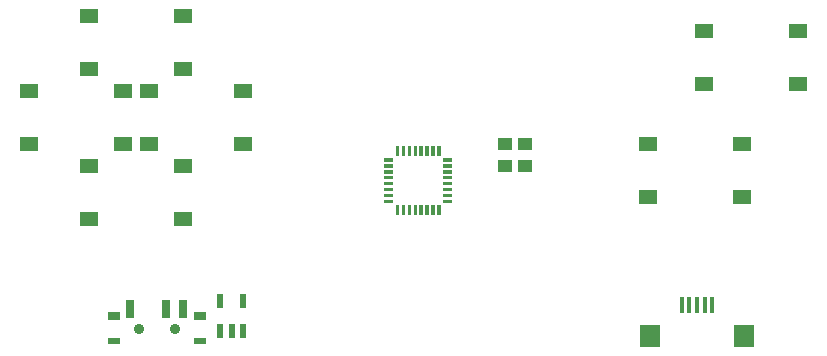
<source format=gtp>
G04 MADE WITH FRITZING*
G04 WWW.FRITZING.ORG*
G04 DOUBLE SIDED*
G04 HOLES PLATED*
G04 CONTOUR ON CENTER OF CONTOUR VECTOR*
%ASAXBY*%
%FSLAX23Y23*%
%MOIN*%
%OFA0B0*%
%SFA1.0B1.0*%
%ADD10C,0.035433*%
%ADD11R,0.047244X0.043307*%
%ADD12R,0.027559X0.059055*%
%ADD13R,0.039370X0.023622*%
%ADD14R,0.039370X0.031496*%
%ADD15R,0.061024X0.051181*%
%ADD16R,0.013780X0.055118*%
%ADD17R,0.070866X0.074803*%
%ADD18R,0.021654X0.047244*%
%ADD19R,0.001000X0.001000*%
%LNPASTEMASK1*%
G90*
G70*
G54D10*
X552Y140D03*
X434Y140D03*
X552Y140D03*
X434Y140D03*
G54D11*
X1654Y684D03*
X1721Y684D03*
X1654Y759D03*
X1721Y759D03*
G54D12*
X581Y209D03*
X522Y209D03*
X404Y209D03*
G54D13*
X637Y101D03*
G54D14*
X637Y183D03*
G54D13*
X349Y101D03*
G54D14*
X349Y183D03*
G54D15*
X2630Y1134D03*
X2317Y1134D03*
X2630Y957D03*
X2317Y957D03*
X466Y759D03*
X779Y759D03*
X466Y936D03*
X779Y936D03*
X266Y509D03*
X579Y509D03*
X266Y686D03*
X579Y686D03*
X66Y759D03*
X379Y759D03*
X66Y936D03*
X379Y936D03*
X2442Y759D03*
X2129Y759D03*
X2442Y582D03*
X2129Y582D03*
X266Y1009D03*
X579Y1009D03*
X266Y1186D03*
X579Y1186D03*
G54D16*
X2242Y221D03*
X2344Y221D03*
X2267Y221D03*
X2293Y221D03*
X2319Y221D03*
G54D17*
X2135Y117D03*
X2450Y117D03*
G54D18*
X704Y133D03*
X742Y133D03*
X779Y133D03*
X779Y236D03*
X704Y236D03*
G36*
X1408Y718D02*
X1408Y750D01*
X1419Y750D01*
X1419Y718D01*
X1408Y718D01*
G37*
D02*
G36*
X1447Y581D02*
X1447Y592D01*
X1478Y592D01*
X1478Y581D01*
X1447Y581D01*
G37*
D02*
G36*
X1309Y521D02*
X1309Y553D01*
X1320Y553D01*
X1320Y521D01*
X1309Y521D01*
G37*
D02*
G36*
X1388Y718D02*
X1388Y750D01*
X1399Y750D01*
X1399Y718D01*
X1388Y718D01*
G37*
D02*
G36*
X1388Y521D02*
X1388Y553D01*
X1399Y553D01*
X1399Y521D01*
X1388Y521D01*
G37*
D02*
G36*
X1368Y718D02*
X1368Y750D01*
X1380Y750D01*
X1380Y718D01*
X1368Y718D01*
G37*
D02*
G36*
X1447Y659D02*
X1447Y671D01*
X1478Y671D01*
X1478Y659D01*
X1447Y659D01*
G37*
D02*
G36*
X1349Y718D02*
X1349Y750D01*
X1360Y750D01*
X1360Y718D01*
X1349Y718D01*
G37*
D02*
G36*
X1349Y521D02*
X1349Y553D01*
X1360Y553D01*
X1360Y521D01*
X1349Y521D01*
G37*
D02*
G36*
X1329Y718D02*
X1329Y750D01*
X1340Y750D01*
X1340Y718D01*
X1329Y718D01*
G37*
D02*
G36*
X1427Y521D02*
X1427Y553D01*
X1439Y553D01*
X1439Y521D01*
X1427Y521D01*
G37*
D02*
G36*
X1309Y718D02*
X1309Y750D01*
X1320Y750D01*
X1320Y718D01*
X1309Y718D01*
G37*
D02*
G36*
X1447Y620D02*
X1447Y631D01*
X1478Y631D01*
X1478Y620D01*
X1447Y620D01*
G37*
D02*
G36*
X1290Y718D02*
X1290Y750D01*
X1301Y750D01*
X1301Y718D01*
X1290Y718D01*
G37*
D02*
G36*
X1447Y699D02*
X1447Y710D01*
X1478Y710D01*
X1478Y699D01*
X1447Y699D01*
G37*
D02*
G36*
X1250Y699D02*
X1250Y710D01*
X1281Y710D01*
X1281Y699D01*
X1250Y699D01*
G37*
D02*
G36*
X1329Y521D02*
X1329Y553D01*
X1340Y553D01*
X1340Y521D01*
X1329Y521D01*
G37*
D02*
G36*
X1250Y679D02*
X1250Y690D01*
X1281Y690D01*
X1281Y679D01*
X1250Y679D01*
G37*
D02*
G36*
X1368Y521D02*
X1368Y553D01*
X1380Y553D01*
X1380Y521D01*
X1368Y521D01*
G37*
D02*
G36*
X1250Y659D02*
X1250Y671D01*
X1281Y671D01*
X1281Y659D01*
X1250Y659D01*
G37*
D02*
G36*
X1408Y521D02*
X1408Y553D01*
X1419Y553D01*
X1419Y521D01*
X1408Y521D01*
G37*
D02*
G36*
X1250Y640D02*
X1250Y651D01*
X1281Y651D01*
X1281Y640D01*
X1250Y640D01*
G37*
D02*
G36*
X1447Y561D02*
X1447Y572D01*
X1478Y572D01*
X1478Y561D01*
X1447Y561D01*
G37*
D02*
G36*
X1250Y620D02*
X1250Y631D01*
X1281Y631D01*
X1281Y620D01*
X1250Y620D01*
G37*
D02*
G36*
X1447Y600D02*
X1447Y612D01*
X1478Y612D01*
X1478Y600D01*
X1447Y600D01*
G37*
D02*
G36*
X1250Y600D02*
X1250Y612D01*
X1281Y612D01*
X1281Y600D01*
X1250Y600D01*
G37*
D02*
G36*
X1447Y640D02*
X1447Y651D01*
X1478Y651D01*
X1478Y640D01*
X1447Y640D01*
G37*
D02*
G36*
X1250Y581D02*
X1250Y592D01*
X1281Y592D01*
X1281Y581D01*
X1250Y581D01*
G37*
D02*
G36*
X1447Y679D02*
X1447Y690D01*
X1478Y690D01*
X1478Y679D01*
X1447Y679D01*
G37*
D02*
G36*
X1250Y561D02*
X1250Y572D01*
X1281Y572D01*
X1281Y561D01*
X1250Y561D01*
G37*
D02*
G36*
X1290Y521D02*
X1290Y553D01*
X1301Y553D01*
X1301Y521D01*
X1290Y521D01*
G37*
D02*
G36*
X1427Y718D02*
X1427Y750D01*
X1439Y750D01*
X1439Y718D01*
X1427Y718D01*
G37*
D02*
G54D19*
D02*
G04 End of PasteMask1*
M02*
</source>
